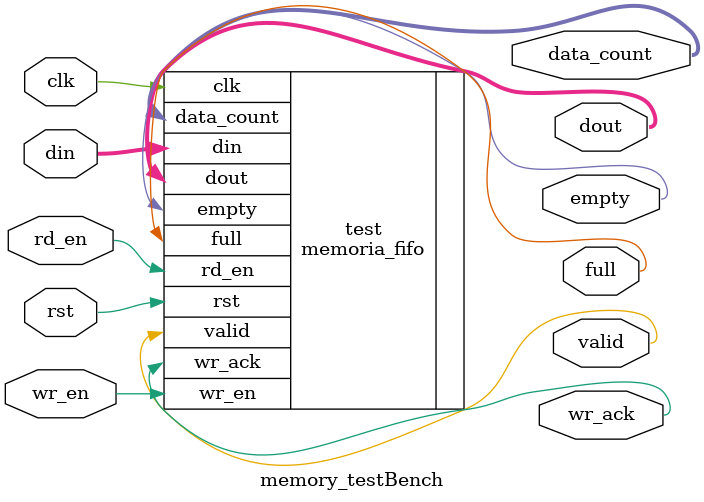
<source format=v>
`timescale 1ns / 1ps
module memory_testBench(clk,rst,din,wr_en,rd_en,dout,full,wr_ack,empty,valid,data_count
    );
	input clk;
	input rst;
	input [57 : 0] din;
	input wr_en;
	input rd_en;
	output [57 : 0] dout;
	output full;
	output wr_ack;
	output empty;
	output valid;
	output [8 : 0] data_count;
	

memoria_fifo test (
  .clk(clk), // input clk
  .rst(rst), // input rst
  .din(din), // input [57 : 0] din
  .wr_en(wr_en), // input wr_en
  .rd_en(rd_en), // input rd_en
  .dout(dout), // output [57 : 0] dout
  .full(full), // output full
  .wr_ack(wr_ack), // output wr_ack
  .empty(empty), // output empty
  .valid(valid), // output valid
  .data_count(data_count) // output [8 : 0] data_count
);



endmodule

</source>
